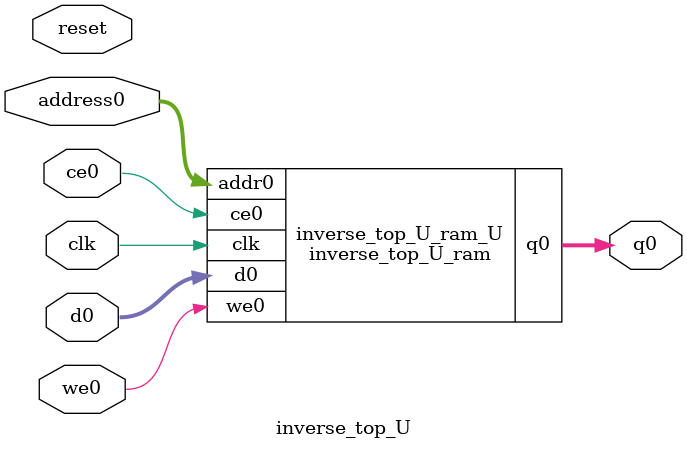
<source format=v>
`timescale 1 ns / 1 ps
module inverse_top_U_ram (addr0, ce0, d0, we0, q0,  clk);

parameter DWIDTH = 32;
parameter AWIDTH = 4;
parameter MEM_SIZE = 9;

input[AWIDTH-1:0] addr0;
input ce0;
input[DWIDTH-1:0] d0;
input we0;
output reg[DWIDTH-1:0] q0;
input clk;

(* ram_style = "distributed" *)reg [DWIDTH-1:0] ram[0:MEM_SIZE-1];




always @(posedge clk)  
begin 
    if (ce0) 
    begin
        if (we0) 
        begin 
            ram[addr0] <= d0; 
        end 
        q0 <= ram[addr0];
    end
end


endmodule

`timescale 1 ns / 1 ps
module inverse_top_U(
    reset,
    clk,
    address0,
    ce0,
    we0,
    d0,
    q0);

parameter DataWidth = 32'd32;
parameter AddressRange = 32'd9;
parameter AddressWidth = 32'd4;
input reset;
input clk;
input[AddressWidth - 1:0] address0;
input ce0;
input we0;
input[DataWidth - 1:0] d0;
output[DataWidth - 1:0] q0;



inverse_top_U_ram inverse_top_U_ram_U(
    .clk( clk ),
    .addr0( address0 ),
    .ce0( ce0 ),
    .we0( we0 ),
    .d0( d0 ),
    .q0( q0 ));

endmodule


</source>
